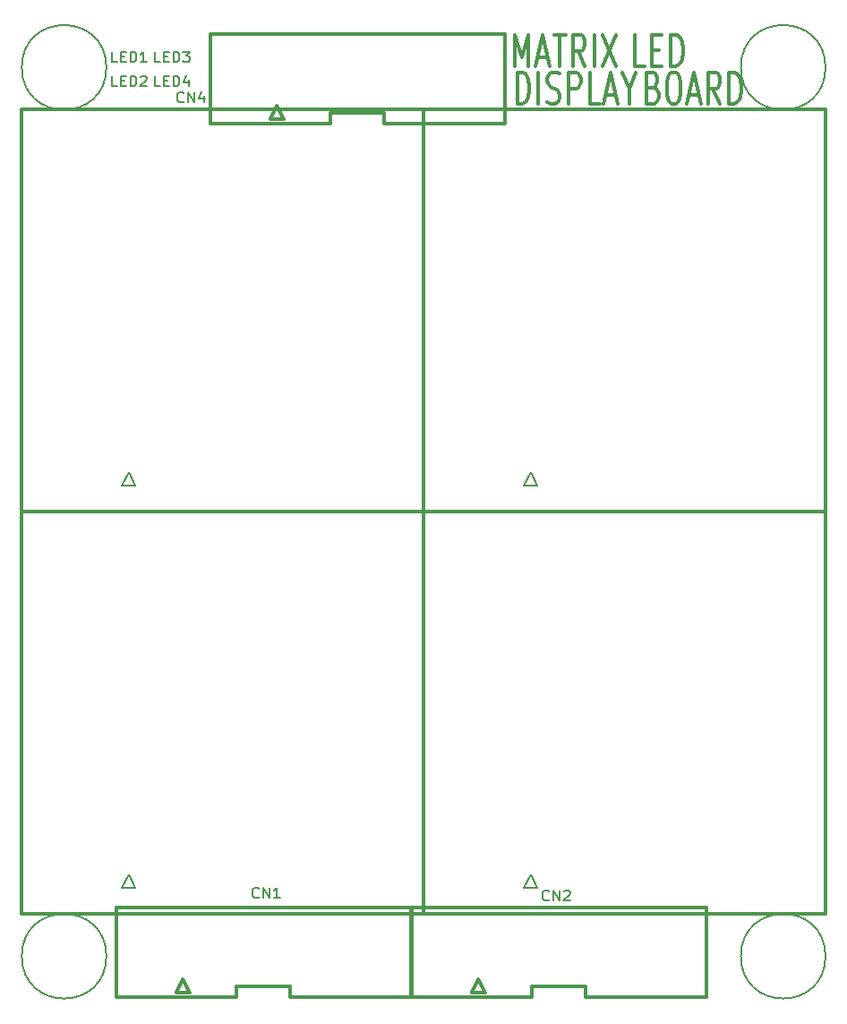
<source format=gbr>
G04 #@! TF.FileFunction,Legend,Top*
%FSLAX46Y46*%
G04 Gerber Fmt 4.6, Leading zero omitted, Abs format (unit mm)*
G04 Created by KiCad (PCBNEW 4.0.7) date 05/27/21 16:33:05*
%MOMM*%
%LPD*%
G01*
G04 APERTURE LIST*
%ADD10C,0.100000*%
%ADD11C,0.300000*%
%ADD12C,0.200000*%
%ADD13C,0.150000*%
G04 APERTURE END LIST*
D10*
D11*
X109740095Y-55889714D02*
X110025809Y-56032571D01*
X110121048Y-56175429D01*
X110216286Y-56461143D01*
X110216286Y-56889714D01*
X110121048Y-57175429D01*
X110025809Y-57318286D01*
X109835333Y-57461143D01*
X109073428Y-57461143D01*
X109073428Y-54461143D01*
X109740095Y-54461143D01*
X109930571Y-54604000D01*
X110025809Y-54746857D01*
X110121048Y-55032571D01*
X110121048Y-55318286D01*
X110025809Y-55604000D01*
X109930571Y-55746857D01*
X109740095Y-55889714D01*
X109073428Y-55889714D01*
X111454381Y-54461143D02*
X111835333Y-54461143D01*
X112025809Y-54604000D01*
X112216286Y-54889714D01*
X112311524Y-55461143D01*
X112311524Y-56461143D01*
X112216286Y-57032571D01*
X112025809Y-57318286D01*
X111835333Y-57461143D01*
X111454381Y-57461143D01*
X111263905Y-57318286D01*
X111073428Y-57032571D01*
X110978190Y-56461143D01*
X110978190Y-55461143D01*
X111073428Y-54889714D01*
X111263905Y-54604000D01*
X111454381Y-54461143D01*
X113073428Y-56604000D02*
X114025809Y-56604000D01*
X112882952Y-57461143D02*
X113549619Y-54461143D01*
X114216286Y-57461143D01*
X116025810Y-57461143D02*
X115359143Y-56032571D01*
X114882952Y-57461143D02*
X114882952Y-54461143D01*
X115644857Y-54461143D01*
X115835333Y-54604000D01*
X115930572Y-54746857D01*
X116025810Y-55032571D01*
X116025810Y-55461143D01*
X115930572Y-55746857D01*
X115835333Y-55889714D01*
X115644857Y-56032571D01*
X114882952Y-56032571D01*
X116882952Y-57461143D02*
X116882952Y-54461143D01*
X117359143Y-54461143D01*
X117644857Y-54604000D01*
X117835333Y-54889714D01*
X117930572Y-55175429D01*
X118025810Y-55746857D01*
X118025810Y-56175429D01*
X117930572Y-56746857D01*
X117835333Y-57032571D01*
X117644857Y-57318286D01*
X117359143Y-57461143D01*
X116882952Y-57461143D01*
X96849809Y-57461143D02*
X96849809Y-54461143D01*
X97326000Y-54461143D01*
X97611714Y-54604000D01*
X97802190Y-54889714D01*
X97897429Y-55175429D01*
X97992667Y-55746857D01*
X97992667Y-56175429D01*
X97897429Y-56746857D01*
X97802190Y-57032571D01*
X97611714Y-57318286D01*
X97326000Y-57461143D01*
X96849809Y-57461143D01*
X98849809Y-57461143D02*
X98849809Y-54461143D01*
X99706952Y-57318286D02*
X99992667Y-57461143D01*
X100468857Y-57461143D01*
X100659333Y-57318286D01*
X100754571Y-57175429D01*
X100849810Y-56889714D01*
X100849810Y-56604000D01*
X100754571Y-56318286D01*
X100659333Y-56175429D01*
X100468857Y-56032571D01*
X100087905Y-55889714D01*
X99897429Y-55746857D01*
X99802190Y-55604000D01*
X99706952Y-55318286D01*
X99706952Y-55032571D01*
X99802190Y-54746857D01*
X99897429Y-54604000D01*
X100087905Y-54461143D01*
X100564095Y-54461143D01*
X100849810Y-54604000D01*
X101706952Y-57461143D02*
X101706952Y-54461143D01*
X102468857Y-54461143D01*
X102659333Y-54604000D01*
X102754572Y-54746857D01*
X102849810Y-55032571D01*
X102849810Y-55461143D01*
X102754572Y-55746857D01*
X102659333Y-55889714D01*
X102468857Y-56032571D01*
X101706952Y-56032571D01*
X104659333Y-57461143D02*
X103706952Y-57461143D01*
X103706952Y-54461143D01*
X105230762Y-56604000D02*
X106183143Y-56604000D01*
X105040286Y-57461143D02*
X105706953Y-54461143D01*
X106373620Y-57461143D01*
X107421239Y-56032571D02*
X107421239Y-57461143D01*
X106754572Y-54461143D02*
X107421239Y-56032571D01*
X108087906Y-54461143D01*
X108914285Y-53905143D02*
X107961904Y-53905143D01*
X107961904Y-50905143D01*
X109580952Y-52333714D02*
X110247619Y-52333714D01*
X110533333Y-53905143D02*
X109580952Y-53905143D01*
X109580952Y-50905143D01*
X110533333Y-50905143D01*
X111390476Y-53905143D02*
X111390476Y-50905143D01*
X111866667Y-50905143D01*
X112152381Y-51048000D01*
X112342857Y-51333714D01*
X112438096Y-51619429D01*
X112533334Y-52190857D01*
X112533334Y-52619429D01*
X112438096Y-53190857D01*
X112342857Y-53476571D01*
X112152381Y-53762286D01*
X111866667Y-53905143D01*
X111390476Y-53905143D01*
X96595714Y-53905143D02*
X96595714Y-50905143D01*
X97262381Y-53048000D01*
X97929048Y-50905143D01*
X97929048Y-53905143D01*
X98786190Y-53048000D02*
X99738571Y-53048000D01*
X98595714Y-53905143D02*
X99262381Y-50905143D01*
X99929048Y-53905143D01*
X100310000Y-50905143D02*
X101452857Y-50905143D01*
X100881429Y-53905143D02*
X100881429Y-50905143D01*
X103262382Y-53905143D02*
X102595715Y-52476571D01*
X102119524Y-53905143D02*
X102119524Y-50905143D01*
X102881429Y-50905143D01*
X103071905Y-51048000D01*
X103167144Y-51190857D01*
X103262382Y-51476571D01*
X103262382Y-51905143D01*
X103167144Y-52190857D01*
X103071905Y-52333714D01*
X102881429Y-52476571D01*
X102119524Y-52476571D01*
X104119524Y-53905143D02*
X104119524Y-50905143D01*
X104881429Y-50905143D02*
X106214763Y-53905143D01*
X106214763Y-50905143D02*
X104881429Y-53905143D01*
D12*
X58000000Y-54000000D02*
G75*
G03X58000000Y-54000000I-4000000J0D01*
G01*
X58000000Y-138000000D02*
G75*
G03X58000000Y-138000000I-4000000J0D01*
G01*
X126000000Y-138000000D02*
G75*
G03X126000000Y-138000000I-4000000J0D01*
G01*
X126000000Y-54000000D02*
G75*
G03X126000000Y-54000000I-4000000J0D01*
G01*
D11*
X70322000Y-141888000D02*
X70322000Y-140813000D01*
X70322000Y-140813000D02*
X75402000Y-140813000D01*
X75402000Y-140813000D02*
X75402000Y-141888000D01*
X65242000Y-140178000D02*
X64607000Y-141448000D01*
X64607000Y-141448000D02*
X65877000Y-141448000D01*
X65877000Y-141448000D02*
X65242000Y-140178000D01*
X70322000Y-141888000D02*
X58952000Y-141888000D01*
X58952000Y-141888000D02*
X58952000Y-133388000D01*
X58952000Y-133388000D02*
X86772000Y-133388000D01*
X86772000Y-133388000D02*
X86772000Y-141888000D01*
X86772000Y-141888000D02*
X75402000Y-141888000D01*
X98262000Y-141888000D02*
X98262000Y-140813000D01*
X98262000Y-140813000D02*
X103342000Y-140813000D01*
X103342000Y-140813000D02*
X103342000Y-141888000D01*
X93182000Y-140178000D02*
X92547000Y-141448000D01*
X92547000Y-141448000D02*
X93817000Y-141448000D01*
X93817000Y-141448000D02*
X93182000Y-140178000D01*
X98262000Y-141888000D02*
X86892000Y-141888000D01*
X86892000Y-141888000D02*
X86892000Y-133388000D01*
X86892000Y-133388000D02*
X114712000Y-133388000D01*
X114712000Y-133388000D02*
X114712000Y-141888000D01*
X114712000Y-141888000D02*
X103342000Y-141888000D01*
X79212000Y-59338000D02*
X79212000Y-58263000D01*
X79212000Y-58263000D02*
X84292000Y-58263000D01*
X84292000Y-58263000D02*
X84292000Y-59338000D01*
X74132000Y-57628000D02*
X73497000Y-58898000D01*
X73497000Y-58898000D02*
X74767000Y-58898000D01*
X74767000Y-58898000D02*
X74132000Y-57628000D01*
X79212000Y-59338000D02*
X67842000Y-59338000D01*
X67842000Y-59338000D02*
X67842000Y-50838000D01*
X67842000Y-50838000D02*
X95662000Y-50838000D01*
X95662000Y-50838000D02*
X95662000Y-59338000D01*
X95662000Y-59338000D02*
X84292000Y-59338000D01*
X50000000Y-96000000D02*
X88000000Y-96000000D01*
X88000000Y-96000000D02*
X88000000Y-58000000D01*
X88000000Y-58000000D02*
X50000000Y-58000000D01*
X50000000Y-58000000D02*
X50000000Y-96000000D01*
D12*
X60110000Y-92240000D02*
X59475000Y-93510000D01*
X59475000Y-93510000D02*
X60745000Y-93510000D01*
X60745000Y-93510000D02*
X60110000Y-92240000D01*
D11*
X50000000Y-134000000D02*
X88000000Y-134000000D01*
X88000000Y-134000000D02*
X88000000Y-96000000D01*
X88000000Y-96000000D02*
X50000000Y-96000000D01*
X50000000Y-96000000D02*
X50000000Y-134000000D01*
D12*
X60110000Y-130240000D02*
X59475000Y-131510000D01*
X59475000Y-131510000D02*
X60745000Y-131510000D01*
X60745000Y-131510000D02*
X60110000Y-130240000D01*
D11*
X88000000Y-96000000D02*
X126000000Y-96000000D01*
X126000000Y-96000000D02*
X126000000Y-58000000D01*
X126000000Y-58000000D02*
X88000000Y-58000000D01*
X88000000Y-58000000D02*
X88000000Y-96000000D01*
D12*
X98110000Y-92240000D02*
X97475000Y-93510000D01*
X97475000Y-93510000D02*
X98745000Y-93510000D01*
X98745000Y-93510000D02*
X98110000Y-92240000D01*
D11*
X88000000Y-134000000D02*
X126000000Y-134000000D01*
X126000000Y-134000000D02*
X126000000Y-96000000D01*
X126000000Y-96000000D02*
X88000000Y-96000000D01*
X88000000Y-96000000D02*
X88000000Y-134000000D01*
D12*
X98110000Y-130240000D02*
X97475000Y-131510000D01*
X97475000Y-131510000D02*
X98745000Y-131510000D01*
X98745000Y-131510000D02*
X98110000Y-130240000D01*
D13*
X72425524Y-132407143D02*
X72377905Y-132454762D01*
X72235048Y-132502381D01*
X72139810Y-132502381D01*
X71996952Y-132454762D01*
X71901714Y-132359524D01*
X71854095Y-132264286D01*
X71806476Y-132073810D01*
X71806476Y-131930952D01*
X71854095Y-131740476D01*
X71901714Y-131645238D01*
X71996952Y-131550000D01*
X72139810Y-131502381D01*
X72235048Y-131502381D01*
X72377905Y-131550000D01*
X72425524Y-131597619D01*
X72854095Y-132502381D02*
X72854095Y-131502381D01*
X73425524Y-132502381D01*
X73425524Y-131502381D01*
X74425524Y-132502381D02*
X73854095Y-132502381D01*
X74139809Y-132502381D02*
X74139809Y-131502381D01*
X74044571Y-131645238D01*
X73949333Y-131740476D01*
X73854095Y-131788095D01*
X99857524Y-132661143D02*
X99809905Y-132708762D01*
X99667048Y-132756381D01*
X99571810Y-132756381D01*
X99428952Y-132708762D01*
X99333714Y-132613524D01*
X99286095Y-132518286D01*
X99238476Y-132327810D01*
X99238476Y-132184952D01*
X99286095Y-131994476D01*
X99333714Y-131899238D01*
X99428952Y-131804000D01*
X99571810Y-131756381D01*
X99667048Y-131756381D01*
X99809905Y-131804000D01*
X99857524Y-131851619D01*
X100286095Y-132756381D02*
X100286095Y-131756381D01*
X100857524Y-132756381D01*
X100857524Y-131756381D01*
X101286095Y-131851619D02*
X101333714Y-131804000D01*
X101428952Y-131756381D01*
X101667048Y-131756381D01*
X101762286Y-131804000D01*
X101809905Y-131851619D01*
X101857524Y-131946857D01*
X101857524Y-132042095D01*
X101809905Y-132184952D01*
X101238476Y-132756381D01*
X101857524Y-132756381D01*
X65313524Y-57223143D02*
X65265905Y-57270762D01*
X65123048Y-57318381D01*
X65027810Y-57318381D01*
X64884952Y-57270762D01*
X64789714Y-57175524D01*
X64742095Y-57080286D01*
X64694476Y-56889810D01*
X64694476Y-56746952D01*
X64742095Y-56556476D01*
X64789714Y-56461238D01*
X64884952Y-56366000D01*
X65027810Y-56318381D01*
X65123048Y-56318381D01*
X65265905Y-56366000D01*
X65313524Y-56413619D01*
X65742095Y-57318381D02*
X65742095Y-56318381D01*
X66313524Y-57318381D01*
X66313524Y-56318381D01*
X67218286Y-56651714D02*
X67218286Y-57318381D01*
X66980190Y-56270762D02*
X66742095Y-56985048D01*
X67361143Y-56985048D01*
X59042953Y-53508381D02*
X58566762Y-53508381D01*
X58566762Y-52508381D01*
X59376286Y-52984571D02*
X59709620Y-52984571D01*
X59852477Y-53508381D02*
X59376286Y-53508381D01*
X59376286Y-52508381D01*
X59852477Y-52508381D01*
X60281048Y-53508381D02*
X60281048Y-52508381D01*
X60519143Y-52508381D01*
X60662001Y-52556000D01*
X60757239Y-52651238D01*
X60804858Y-52746476D01*
X60852477Y-52936952D01*
X60852477Y-53079810D01*
X60804858Y-53270286D01*
X60757239Y-53365524D01*
X60662001Y-53460762D01*
X60519143Y-53508381D01*
X60281048Y-53508381D01*
X61804858Y-53508381D02*
X61233429Y-53508381D01*
X61519143Y-53508381D02*
X61519143Y-52508381D01*
X61423905Y-52651238D01*
X61328667Y-52746476D01*
X61233429Y-52794095D01*
X59042953Y-55794381D02*
X58566762Y-55794381D01*
X58566762Y-54794381D01*
X59376286Y-55270571D02*
X59709620Y-55270571D01*
X59852477Y-55794381D02*
X59376286Y-55794381D01*
X59376286Y-54794381D01*
X59852477Y-54794381D01*
X60281048Y-55794381D02*
X60281048Y-54794381D01*
X60519143Y-54794381D01*
X60662001Y-54842000D01*
X60757239Y-54937238D01*
X60804858Y-55032476D01*
X60852477Y-55222952D01*
X60852477Y-55365810D01*
X60804858Y-55556286D01*
X60757239Y-55651524D01*
X60662001Y-55746762D01*
X60519143Y-55794381D01*
X60281048Y-55794381D01*
X61233429Y-54889619D02*
X61281048Y-54842000D01*
X61376286Y-54794381D01*
X61614382Y-54794381D01*
X61709620Y-54842000D01*
X61757239Y-54889619D01*
X61804858Y-54984857D01*
X61804858Y-55080095D01*
X61757239Y-55222952D01*
X61185810Y-55794381D01*
X61804858Y-55794381D01*
X63106953Y-53508381D02*
X62630762Y-53508381D01*
X62630762Y-52508381D01*
X63440286Y-52984571D02*
X63773620Y-52984571D01*
X63916477Y-53508381D02*
X63440286Y-53508381D01*
X63440286Y-52508381D01*
X63916477Y-52508381D01*
X64345048Y-53508381D02*
X64345048Y-52508381D01*
X64583143Y-52508381D01*
X64726001Y-52556000D01*
X64821239Y-52651238D01*
X64868858Y-52746476D01*
X64916477Y-52936952D01*
X64916477Y-53079810D01*
X64868858Y-53270286D01*
X64821239Y-53365524D01*
X64726001Y-53460762D01*
X64583143Y-53508381D01*
X64345048Y-53508381D01*
X65249810Y-52508381D02*
X65868858Y-52508381D01*
X65535524Y-52889333D01*
X65678382Y-52889333D01*
X65773620Y-52936952D01*
X65821239Y-52984571D01*
X65868858Y-53079810D01*
X65868858Y-53317905D01*
X65821239Y-53413143D01*
X65773620Y-53460762D01*
X65678382Y-53508381D01*
X65392667Y-53508381D01*
X65297429Y-53460762D01*
X65249810Y-53413143D01*
X63106953Y-55794381D02*
X62630762Y-55794381D01*
X62630762Y-54794381D01*
X63440286Y-55270571D02*
X63773620Y-55270571D01*
X63916477Y-55794381D02*
X63440286Y-55794381D01*
X63440286Y-54794381D01*
X63916477Y-54794381D01*
X64345048Y-55794381D02*
X64345048Y-54794381D01*
X64583143Y-54794381D01*
X64726001Y-54842000D01*
X64821239Y-54937238D01*
X64868858Y-55032476D01*
X64916477Y-55222952D01*
X64916477Y-55365810D01*
X64868858Y-55556286D01*
X64821239Y-55651524D01*
X64726001Y-55746762D01*
X64583143Y-55794381D01*
X64345048Y-55794381D01*
X65773620Y-55127714D02*
X65773620Y-55794381D01*
X65535524Y-54746762D02*
X65297429Y-55461048D01*
X65916477Y-55461048D01*
M02*

</source>
